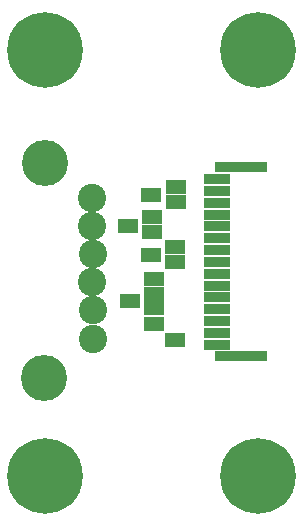
<source format=gts>
G04 #@! TF.GenerationSoftware,KiCad,Pcbnew,(5.0.0)*
G04 #@! TF.CreationDate,2018-11-04T12:38:02-03:30*
G04 #@! TF.ProjectId,CamCon Board Rev 1.1,43616D436F6E20426F61726420526576,rev?*
G04 #@! TF.SameCoordinates,Original*
G04 #@! TF.FileFunction,Soldermask,Top*
G04 #@! TF.FilePolarity,Negative*
%FSLAX46Y46*%
G04 Gerber Fmt 4.6, Leading zero omitted, Abs format (unit mm)*
G04 Created by KiCad (PCBNEW (5.0.0)) date 11/04/18 12:38:02*
%MOMM*%
%LPD*%
G01*
G04 APERTURE LIST*
%ADD10C,6.400000*%
%ADD11R,2.209800X0.812800*%
%ADD12R,4.394200X0.914400*%
%ADD13C,2.400000*%
%ADD14C,3.900000*%
%ADD15R,1.703200X1.203200*%
G04 APERTURE END LIST*
D10*
G04 #@! TO.C,REF\002A\002A*
X140000000Y-123000000D03*
G04 #@! TD*
G04 #@! TO.C,REF\002A\002A*
X158000000Y-123000000D03*
G04 #@! TD*
G04 #@! TO.C,REF\002A\002A*
X158000000Y-87000000D03*
G04 #@! TD*
D11*
G04 #@! TO.C,J1*
X154521569Y-111898905D03*
X154521569Y-110898901D03*
X154521569Y-109898905D03*
X154521569Y-108898905D03*
X154521569Y-107898905D03*
X154521569Y-106898905D03*
X154521569Y-105898901D03*
X154521569Y-104898905D03*
X154521569Y-103898905D03*
X154521569Y-102898905D03*
X154521569Y-101898902D03*
X154521569Y-100898902D03*
X154521569Y-99898905D03*
X154521569Y-98898905D03*
X154521569Y-97898905D03*
D12*
X156629769Y-96897905D03*
X156629769Y-112899905D03*
G04 #@! TD*
D13*
G04 #@! TO.C,@HOLE4*
X143990669Y-99463905D03*
G04 #@! TD*
G04 #@! TO.C,@HOLE5*
X144018000Y-101820980D03*
G04 #@! TD*
G04 #@! TO.C,@HOLE6*
X144048480Y-104206040D03*
G04 #@! TD*
G04 #@! TO.C,@HOLE7*
X144018000Y-106621580D03*
G04 #@! TD*
G04 #@! TO.C,@HOLE8*
X144058640Y-109014260D03*
G04 #@! TD*
G04 #@! TO.C,@HOLE9*
X144068800Y-111391700D03*
G04 #@! TD*
D14*
G04 #@! TO.C,@HOLE10*
X140000000Y-96500000D03*
G04 #@! TD*
G04 #@! TO.C,@HOLE11*
X139950669Y-114750000D03*
G04 #@! TD*
D15*
G04 #@! TO.C,U$1*
X151070669Y-98578905D03*
G04 #@! TD*
G04 #@! TO.C,U$2*
X148995669Y-99268905D03*
G04 #@! TD*
G04 #@! TO.C,U$3*
X151070669Y-99858905D03*
G04 #@! TD*
G04 #@! TO.C,U$4*
X147210669Y-108188905D03*
G04 #@! TD*
G04 #@! TO.C,U$5*
X149080669Y-101078905D03*
G04 #@! TD*
G04 #@! TO.C,U$6*
X149075669Y-102378905D03*
G04 #@! TD*
G04 #@! TO.C,U$7*
X147050669Y-101828905D03*
G04 #@! TD*
G04 #@! TO.C,U$8*
X151025669Y-103608905D03*
G04 #@! TD*
G04 #@! TO.C,U$9*
X148950680Y-104274620D03*
G04 #@! TD*
G04 #@! TO.C,U$10*
X151030669Y-104913905D03*
G04 #@! TD*
G04 #@! TO.C,U$11*
X149190669Y-107578905D03*
G04 #@! TD*
G04 #@! TO.C,U$12*
X149195669Y-106308905D03*
G04 #@! TD*
G04 #@! TO.C,U$13*
X149195669Y-108843905D03*
G04 #@! TD*
G04 #@! TO.C,U$14*
X149190669Y-110128905D03*
G04 #@! TD*
G04 #@! TO.C,U$15*
X150975669Y-111548905D03*
G04 #@! TD*
D10*
G04 #@! TO.C,REF\002A\002A*
X140000000Y-87000000D03*
G04 #@! TD*
M02*

</source>
